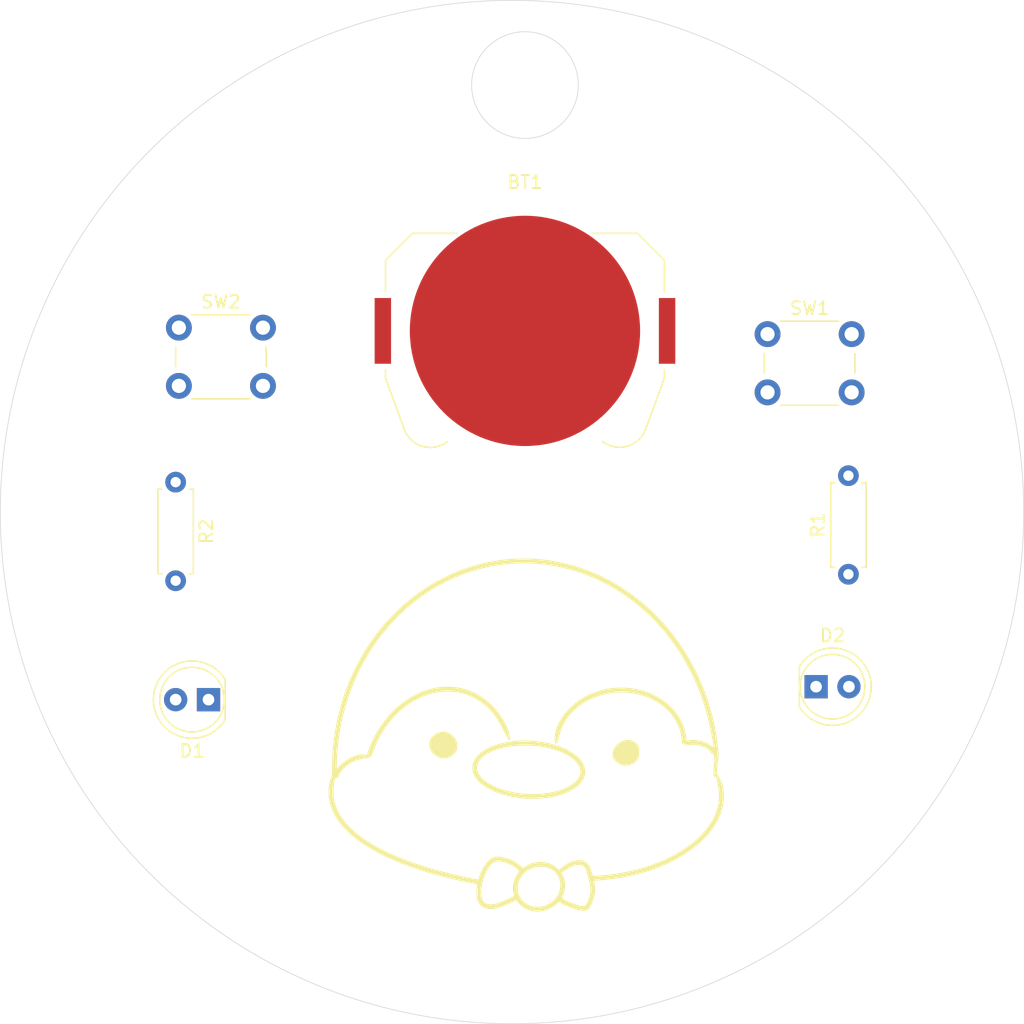
<source format=kicad_pcb>
(kicad_pcb (version 20241229) (generator "pcbnew") (generator_version "9.0")
  (layers (0 "F.Cu" signal) (2 "B.Cu" signal) (13 "F.Paste" user) (15 "B.Paste" user) (5 "F.SilkS" user "F.Silkscreen") (7 "B.SilkS" user "B.Silkscreen") (1 "F.Mask" user) (3 "B.Mask" user) (25 "Edge.Cuts" user))
  (net 0 "")
  (net 1 "Net-(BT1-+)")
  (net 2 "Net-(BT1--)")
  (net 3 "Net-(D1-A)")
  (net 4 "Net-(D2-A)")
  (net 5 "Net-(R1-Pad2)")
  (net 6 "Net-(R2-Pad1)")
  (footprint "LED_THT:LED_D5.0mm" (layer "F.Cu") (at 167.5 91.5)
    (property "Reference" "D2" (at 1.27 -3.96 0) (layer "F.SilkS"))
    (property "Value" "LED")
    (fp_line (start -1.29 -1.545) (end -1.29 1.545) (stroke (width 0.12)) (layer "F.SilkS"))
    (fp_arc (start -1.29 -1.54483) (mid 2.071779 -2.880495) (end 4.26 0) (stroke (width 0.12)) (layer "F.SilkS"))
    (fp_arc (start 4.26 0) (mid 2.071779 2.880495) (end -1.29 1.54483) (stroke (width 0.12)) (layer "F.SilkS"))
    (fp_circle (center 1.27 0) (end 3.77 0) (stroke (width 0.12)) (fill no) (layer "F.SilkS"))
    (pad "1" thru_hole rect (at 0 0) (size 1.8 1.8) (drill 0.9) (layers "*.Cu" "*.Mask") (net 2 "Net-(BT1--)"))
    (pad "2" thru_hole circle (at 2.54 0) (size 1.8 1.8) (drill 0.9) (layers "*.Cu" "*.Mask") (net 4 "Net-(D2-A)"))
  )
  (footprint "Resistor_THT:R_Axial_DIN0207_L6.3mm_D2.5mm_P7.62mm_Horizontal" (layer "F.Cu") (at 170 82.81 90)
    (property "Reference" "R1" (at 3.81 -2.37 90) (layer "F.SilkS"))
    (property "Value" "R")
    (fp_line (start 7.08 -1.37) (end 7.08 -1.04) (stroke (width 0.12)) (layer "F.SilkS"))
    (fp_line (start 0.54 -1.37) (end 7.08 -1.37) (stroke (width 0.12)) (layer "F.SilkS"))
    (fp_line (start 0.54 -1.04) (end 0.54 -1.37) (stroke (width 0.12)) (layer "F.SilkS"))
    (fp_line (start 0.54 1.04) (end 0.54 1.37) (stroke (width 0.12)) (layer "F.SilkS"))
    (fp_line (start 7.08 1.37) (end 7.08 1.04) (stroke (width 0.12)) (layer "F.SilkS"))
    (fp_line (start 0.54 1.37) (end 7.08 1.37) (stroke (width 0.12)) (layer "F.SilkS"))
    (pad "1" thru_hole circle (at 0 0 90) (size 1.6 1.6) (drill 0.8) (layers "*.Cu" "*.Mask") (net 4 "Net-(D2-A)"))
    (pad "2" thru_hole circle (at 7.62 0 90) (size 1.6 1.6) (drill 0.8) (layers "*.Cu" "*.Mask") (net 5 "Net-(R1-Pad2)"))
  )
  (footprint "LED_THT:LED_D5.0mm" (layer "F.Cu") (at 120.54 92.5 180)
    (property "Reference" "D1" (at 1.27 -3.96 0) (layer "F.SilkS"))
    (property "Value" "LED")
    (fp_line (start -1.29 -1.545) (end -1.29 1.545) (stroke (width 0.12)) (layer "F.SilkS"))
    (fp_arc (start 4.26 0) (mid 2.071779 2.880495) (end -1.29 1.54483) (stroke (width 0.12)) (layer "F.SilkS"))
    (fp_arc (start -1.29 -1.54483) (mid 2.071779 -2.880495) (end 4.26 0) (stroke (width 0.12)) (layer "F.SilkS"))
    (fp_circle (center 1.27 0) (end 3.77 0) (stroke (width 0.12)) (fill no) (layer "F.SilkS"))
    (pad "1" thru_hole rect (at 0 0 180) (size 1.8 1.8) (drill 0.9) (layers "*.Cu" "*.Mask") (net 2 "Net-(BT1--)"))
    (pad "2" thru_hole circle (at 2.54 0 180) (size 1.8 1.8) (drill 0.9) (layers "*.Cu" "*.Mask") (net 3 "Net-(D1-A)"))
  )
  (footprint "Button_Switch_THT:SW_PUSH_6mm" (layer "F.Cu") (at 118.25 63.75)
    (property "Reference" "SW2" (at 3.25 -2 0) (layer "F.SilkS"))
    (property "Value" "SW_Push")
    (fp_line (start -0.25 1.5) (end -0.25 3) (stroke (width 0.12)) (layer "F.SilkS"))
    (fp_line (start 1 5.5) (end 5.5 5.5) (stroke (width 0.12)) (layer "F.SilkS"))
    (fp_line (start 5.5 -1) (end 1 -1) (stroke (width 0.12)) (layer "F.SilkS"))
    (fp_line (start 6.75 3) (end 6.75 1.5) (stroke (width 0.12)) (layer "F.SilkS"))
    (pad "1" thru_hole circle (at 0 0 90) (size 2 2) (drill 1.1) (layers "*.Cu" "*.Mask") (net 1 "Net-(BT1-+)"))
    (pad "1" thru_hole circle (at 6.5 0 90) (size 2 2) (drill 1.1) (layers "*.Cu" "*.Mask") (net 1 "Net-(BT1-+)"))
    (pad "2" thru_hole circle (at 0 4.5 90) (size 2 2) (drill 1.1) (layers "*.Cu" "*.Mask") (net 6 "Net-(R2-Pad1)"))
    (pad "2" thru_hole circle (at 6.5 4.5 90) (size 2 2) (drill 1.1) (layers "*.Cu" "*.Mask") (net 6 "Net-(R2-Pad1)"))
  )
  (footprint "Button_Switch_THT:SW_PUSH_6mm" (layer "F.Cu") (at 163.75 64.25)
    (property "Reference" "SW1" (at 3.25 -2 0) (layer "F.SilkS"))
    (property "Value" "SW_Push")
    (fp_line (start -0.25 1.5) (end -0.25 3) (stroke (width 0.12)) (layer "F.SilkS"))
    (fp_line (start 1 5.5) (end 5.5 5.5) (stroke (width 0.12)) (layer "F.SilkS"))
    (fp_line (start 5.5 -1) (end 1 -1) (stroke (width 0.12)) (layer "F.SilkS"))
    (fp_line (start 6.75 3) (end 6.75 1.5) (stroke (width 0.12)) (layer "F.SilkS"))
    (pad "1" thru_hole circle (at 0 0 90) (size 2 2) (drill 1.1) (layers "*.Cu" "*.Mask") (net 1 "Net-(BT1-+)"))
    (pad "1" thru_hole circle (at 6.5 0 90) (size 2 2) (drill 1.1) (layers "*.Cu" "*.Mask") (net 1 "Net-(BT1-+)"))
    (pad "2" thru_hole circle (at 0 4.5 90) (size 2 2) (drill 1.1) (layers "*.Cu" "*.Mask") (net 5 "Net-(R1-Pad2)"))
    (pad "2" thru_hole circle (at 6.5 4.5 90) (size 2 2) (drill 1.1) (layers "*.Cu" "*.Mask") (net 5 "Net-(R1-Pad2)"))
  )
  (footprint "Resistor_THT:R_Axial_DIN0207_L6.3mm_D2.5mm_P7.62mm_Horizontal" (layer "F.Cu") (at 118 75.69 -90)
    (property "Reference" "R2" (at 3.81 -2.37 90) (layer "F.SilkS"))
    (property "Value" "R")
    (fp_line (start 0.54 1.37) (end 7.08 1.37) (stroke (width 0.12)) (layer "F.SilkS"))
    (fp_line (start 7.08 1.37) (end 7.08 1.04) (stroke (width 0.12)) (layer "F.SilkS"))
    (fp_line (start 0.54 1.04) (end 0.54 1.37) (stroke (width 0.12)) (layer "F.SilkS"))
    (fp_line (start 0.54 -1.04) (end 0.54 -1.37) (stroke (width 0.12)) (layer "F.SilkS"))
    (fp_line (start 0.54 -1.37) (end 7.08 -1.37) (stroke (width 0.12)) (layer "F.SilkS"))
    (fp_line (start 7.08 -1.37) (end 7.08 -1.04) (stroke (width 0.12)) (layer "F.SilkS"))
    (pad "1" thru_hole circle (at 0 0 270) (size 1.6 1.6) (drill 0.8) (layers "*.Cu" "*.Mask") (net 6 "Net-(R2-Pad1)"))
    (pad "2" thru_hole circle (at 7.62 0 270) (size 1.6 1.6) (drill 0.8) (layers "*.Cu" "*.Mask") (net 3 "Net-(D1-A)"))
  )
  (footprint "LOGO" (layer "F.Cu") (at 145.5 94)
    (property "Reference" "G***" (hide yes))
    (property "Value" "LOGO" (hide yes))
    (fp_poly (pts (xy -6.623602 0.992891) (xy -6.444611 1.041945) (xy -6.277984 1.125805) (xy -6.119757 1.246193) (xy -6.054062 1.308861) (xy -5.918017 1.46796) (xy -5.81948 1.633529) (xy -5.756973 1.809356) (xy -5.72902 1.999227) (xy -5.729175 2.141697) (xy -5.747791 2.301161) (xy -5.787489 2.437122) (xy -5.852615 2.561387) (xy -5.915156 2.647112) (xy -6.041566 2.774268) (xy -6.194738 2.879811) (xy -6.367382 2.961295) (xy -6.552207 3.016273) (xy -6.741921 3.0423) (xy -6.929234 3.036928) (xy -7.026775 3.020119) (xy -7.199862 2.962896) (xy -7.361883 2.875439) (xy -7.509394 2.76247) (xy -7.638951 2.628715) (xy -7.74711 2.478898) (xy -7.830428 2.317743) (xy -7.88546 2.149973) (xy -7.908763 1.980314) (xy -7.898769 1.823975) (xy -7.849638 1.648913) (xy -7.76689 1.487082) (xy -7.654697 1.341751) (xy -7.517229 1.216193) (xy -7.358656 1.11368) (xy -7.18315 1.037482) (xy -6.99488 0.990871) (xy -6.818924 0.976922)) (fill yes) (layer "F.SilkS"))
    (fp_poly (pts (xy 7.718711 1.640951) (xy 7.883056 1.697669) (xy 8.032915 1.785482) (xy 8.107663 1.847529) (xy 8.203008 1.957689) (xy 8.27261 2.087292) (xy 8.31744 2.239597) (xy 8.338472 2.417867) (xy 8.337127 2.617329) (xy 8.314066 2.822436) (xy 8.267414 2.99849) (xy 8.194872 3.149205) (xy 8.094138 3.278297) (xy 7.962911 3.389479) (xy 7.798893 3.486467) (xy 7.798856 3.486485) (xy 7.648458 3.547502) (xy 7.483899 3.589228) (xy 7.317068 3.609938) (xy 7.159853 3.607908) (xy 7.065467 3.592885) (xy 6.951427 3.555122) (xy 6.826515 3.495619) (xy 6.70122 3.421028) (xy 6.586029 3.338001) (xy 6.491429 3.253189) (xy 6.445541 3.199702) (xy 6.368607 3.083877) (xy 6.318869 2.977096) (xy 6.291721 2.865692) (xy 6.282559 2.736003) (xy 6.282449 2.715845) (xy 6.290663 2.568133) (xy 6.317862 2.437872) (xy 6.368215 2.31057) (xy 6.43281 2.193073) (xy 6.547932 2.035098) (xy 6.68526 1.900647) (xy 6.840209 1.790667) (xy 7.00819 1.706105) (xy 7.184617 1.647905) (xy 7.364904 1.617016) (xy 7.544464 1.614382)) (fill yes) (layer "F.SilkS"))
    (fp_poly (pts (xy -0.073557 1.66673) (xy 0.340706 1.699596) (xy 0.746835 1.751885) (xy 1.142275 1.822736) (xy 1.524474 1.911282) (xy 1.890876 2.016662) (xy 2.238927 2.138011) (xy 2.566073 2.274466) (xy 2.869761 2.425162) (xy 3.147435 2.589237) (xy 3.396543 2.765825) (xy 3.614528 2.954064) (xy 3.798838 3.15309) (xy 3.902341 3.29223) (xy 3.975382 3.407027) (xy 4.02971 3.509588) (xy 4.073271 3.616247) (xy 4.101457 3.701597) (xy 4.147833 3.914622) (xy 4.156158 4.126056) (xy 4.127457 4.334407) (xy 4.062757 4.538182) (xy 3.963082 4.735887) (xy 3.829459 4.92603) (xy 3.662913 5.107118) (xy 3.464469 5.277658) (xy 3.235155 5.436157) (xy 2.975994 5.581122) (xy 2.733867 5.692227) (xy 2.376678 5.82759) (xy 2.007597 5.939399) (xy 1.620063 6.029291) (xy 1.207511 6.098904) (xy 0.996461 6.125852) (xy 0.904614 6.134237) (xy 0.782758 6.142098) (xy 0.638374 6.149242) (xy 0.478941 6.155475) (xy 0.311941 6.160603) (xy 0.144855 6.164431) (xy -0.014837 6.166767) (xy -0.159653 6.167415) (xy -0.282114 6.166182) (xy -0.374738 6.162875) (xy -0.39077 6.16182) (xy -0.449476 6.156942) (xy -0.53665 6.149029) (xy -0.641889 6.139052) (xy -0.754791 6.127987) (xy -0.791309 6.124328) (xy -1.215802 6.070333) (xy -1.627522 5.995751) (xy -2.02359 5.901691) (xy -2.401128 5.78926) (xy -2.757258 5.659567) (xy -3.089102 5.513719) (xy -3.393781 5.352825) (xy -3.668419 5.177993) (xy -3.910136 4.990331) (xy -4.034575 4.87559) (xy -4.216 4.677426) (xy -4.359112 4.478295) (xy -4.464669 4.276521) (xy -4.533429 4.070424) (xy -4.56615 3.858326) (xy -4.56698 3.761153) (xy -4.188921 3.761153) (xy -4.182757 3.897137) (xy -4.161896 4.014838) (xy -4.1224 4.126924) (xy -4.060333 4.246067) (xy -4.015918 4.317999) (xy -3.876621 4.501707) (xy -3.701728 4.676902) (xy -3.493967 4.842711) (xy -3.256065 4.99826) (xy -2.990749 5.142676) (xy -2.700746 5.275083) (xy -2.388784 5.394609) (xy -2.057589 5.50038) (xy -1.70989 5.591522) (xy -1.348414 5.66716) (xy -0.975887 5.726422) (xy -0.595037 5.768434) (xy -0.208592 5.792321) (xy 0.180722 5.797211) (xy 0.556845 5.78308) (xy 0.992931 5.744746) (xy 1.403986 5.686544) (xy 1.788693 5.608937) (xy 2.145734 5.512385) (xy 2.473793 5.397353) (xy 2.771551 5.264302) (xy 3.037693 5.113693) (xy 3.270899 4.94599) (xy 3.469854 4.761654) (xy 3.470679 4.760779) (xy 3.606037 4.594005) (xy 3.702718 4.423065) (xy 3.7608 4.248809) (xy 3.780358 4.072087) (xy 3.76147 3.89375) (xy 3.704212 3.714649) (xy 3.608661 3.535635) (xy 3.474894 3.357557) (xy 3.330464 3.206865) (xy 3.108693 3.020372) (xy 2.852212 2.847004) (xy 2.563454 2.687731) (xy 2.244848 2.543525) (xy 1.898824 2.415358) (xy 1.527814 2.304202) (xy 1.134247 2.211028) (xy 0.720555 2.136808) (xy 0.615461 2.121494) (xy 0.302717 2.086371) (xy -0.031853 2.064098) (xy -0.379983 2.054443) (xy -0.733407 2.057175) (xy -1.083857 2.072063) (xy -1.423068 2.098876) (xy -1.742774 2.137382) (xy -2.034707 2.187349) (xy -2.080847 2.196939) (xy -2.414193 2.278798) (xy -2.725653 2.376636) (xy -3.013182 2.489217) (xy -3.274733 2.615305) (xy -3.508262 2.753664) (xy -3.711723 2.903057) (xy -3.88307 3.062249) (xy -4.020259 3.230004) (xy -4.121242 3.405086) (xy -4.136038 3.438768) (xy -4.161768 3.505963) (xy -4.177647 3.566272) (xy -4.185906 3.633305) (xy -4.188777 3.72067) (xy -4.188921 3.761153) (xy -4.56698 3.761153) (xy -4.567543 3.695248) (xy -4.537574 3.482418) (xy -4.470217 3.27613) (xy -4.366775 3.077449) (xy -4.228551 2.887437) (xy -4.056849 2.707159) (xy -3.85297 2.537678) (xy -3.618219 2.380059) (xy -3.353897 2.235364) (xy -3.061309 2.104658) (xy -2.741757 1.989005) (xy -2.396544 1.889468) (xy -2.337621 1.874768) (xy -2.048212 1.808004) (xy -1.782809 1.75565) (xy -1.52983 1.715979) (xy -1.277692 1.687263) (xy -1.014815 1.667773) (xy -0.916267 1.662727) (xy -0.493399 1.654153)) (fill yes) (layer "F.SilkS"))
    (fp_poly (pts (xy -0.090964 -12.399518) (xy 0.387655 -12.376811) (xy 0.849851 -12.338068) (xy 1.305545 -12.282553) (xy 1.523999 -12.249873) (xy 2.252938 -12.11479) (xy 2.971695 -11.942155) (xy 3.6795 -11.732338) (xy 4.375581 -11.485715) (xy 5.059166 -11.202657) (xy 5.729484 -10.883539) (xy 6.385763 -10.528733) (xy 7.027231 -10.138613) (xy 7.653118 -9.713553) (xy 8.262652 -9.253924) (xy 8.855061 -8.760102) (xy 8.997461 -8.633979) (xy 9.120411 -8.520841) (xy 9.263206 -8.384498) (xy 9.420097 -8.230821) (xy 9.585337 -8.06568) (xy 9.753178 -7.894945) (xy 9.917873 -7.724485) (xy 10.073673 -7.56017) (xy 10.214831 -7.40787) (xy 10.3356 -7.273456) (xy 10.382539 -7.219462) (xy 10.898037 -6.588666) (xy 11.381002 -5.936279) (xy 11.831269 -5.26261) (xy 12.248669 -4.567967) (xy 12.633035 -3.852658) (xy 12.9842 -3.116991) (xy 13.301996 -2.361274) (xy 13.586258 -1.585814) (xy 13.793485 -0.937847) (xy 13.871986 -0.666321) (xy 13.947873 -0.385782) (xy 14.020056 -0.101329) (xy 14.087446 0.18194) (xy 14.148955 0.458929) (xy 14.203494 0.724539) (xy 14.249974 0.973673) (xy 14.287306 1.201234) (xy 14.314401 1.402123) (xy 14.330171 1.571244) (xy 14.330497 1.576393) (xy 14.339129 1.67524) (xy 14.353483 1.796882) (xy 14.371553 1.925808) (xy 14.39112 2.045316) (xy 14.412372 2.176806) (xy 14.433172 2.327449) (xy 14.450945 2.477379) (xy 14.461883 2.591073) (xy 14.470565 2.704965) (xy 14.474887 2.79127) (xy 14.474407 2.86128) (xy 14.468683 2.926289) (xy 14.457273 2.997588) (xy 14.443141 3.069765) (xy 14.423276 3.181582) (xy 14.405712 3.30547) (xy 14.393291 3.42047) (xy 14.390459 3.458307) (xy 14.383751 3.549844) (xy 14.373697 3.66598) (xy 14.361601 3.792518) (xy 14.348766 3.915256) (xy 14.347355 3.928) (xy 14.315714 4.212078) (xy 14.408695 4.338308) (xy 14.468202 4.428371) (xy 14.534753 4.544176) (xy 14.602703 4.674507) (xy 14.666407 4.808146) (xy 14.720221 4.933876) (xy 14.75241 5.021384) (xy 14.809764 5.236956) (xy 14.849953 5.479385) (xy 14.872633 5.740252) (xy 14.877456 6.01114) (xy 14.864077 6.283631) (xy 14.832149 6.54931) (xy 14.818531 6.628429) (xy 14.727054 7.015622) (xy 14.597712 7.397215) (xy 14.431431 7.772325) (xy 14.229137 8.140072) (xy 13.991755 8.499575) (xy 13.720212 8.849952) (xy 13.415433 9.190322) (xy 13.078344 9.519804) (xy 12.709871 9.837516) (xy 12.31094 10.142577) (xy 11.882476 10.434106) (xy 11.425406 10.711222) (xy 10.940656 10.973043) (xy 10.42915 11.218688) (xy 9.891816 11.447276) (xy 9.661768 11.536806) (xy 9.066556 11.745667) (xy 8.445072 11.931866) (xy 7.803821 12.094026) (xy 7.149304 12.230768) (xy 6.488024 12.340711) (xy 5.826484 12.422478) (xy 5.266288 12.468958) (xy 5.147355 12.477031) (xy 5.041553 12.485168) (xy 4.955164 12.492809) (xy 4.894467 12.499392) (xy 4.865746 12.504358) (xy 4.864745 12.504819) (xy 4.859975 12.528759) (xy 4.86449 12.585098) (xy 4.87771 12.668424) (xy 4.887808 12.720501) (xy 4.920905 12.943815) (xy 4.932766 13.176322) (xy 4.9235 13.405262) (xy 4.893217 13.617877) (xy 4.879593 13.678419) (xy 4.831991 13.846736) (xy 4.772072 14.021379) (xy 4.703446 14.194076) (xy 4.629722 14.356558) (xy 4.554509 14.500555) (xy 4.481414 14.617795) (xy 4.452978 14.656106) (xy 4.401393 14.70676) (xy 4.332162 14.757036) (xy 4.286986 14.782536) (xy 4.236575 14.805939) (xy 4.193701 14.820557) (xy 4.147537 14.827824) (xy 4.087256 14.829171) (xy 4.00203 14.826032) (xy 3.970308 14.824447) (xy 3.833803 14.811522) (xy 3.687088 14.785446) (xy 3.525226 14.744858) (xy 3.34328 14.688399) (xy 3.13631 14.614708) (xy 2.955946 14.545035) (xy 2.771246 14.470703) (xy 2.619617 14.407223) (xy 2.497185 14.352727) (xy 2.400073 14.305346) (xy 2.324406 14.263209) (xy 2.266307 14.224448) (xy 2.230491 14.195174) (xy 2.149494 14.121999) (xy 1.992965 14.26925) (xy 1.763921 14.45881) (xy 1.514374 14.616896) (xy 1.248466 14.741197) (xy 1.00623 14.820269) (xy 0.863585 14.849766) (xy 0.700094 14.870396) (xy 0.52826 14.881578) (xy 0.360587 14.882732) (xy 0.209579 14.873277) (xy 0.126014 14.861116) (xy -0.11868 14.802385) (xy -0.337902 14.723351) (xy -0.541743 14.619903) (xy -0.674618 14.53497) (xy -0.757109 14.471959) (xy -0.848045 14.392787) (xy -0.939228 14.305592) (xy -1.022459 14.218512) (xy -1.089541 14.139686) (xy -1.127851 14.085062) (xy -1.157413 14.046469) (xy -1.184338 14.02874) (xy -1.186076 14.028615) (xy -1.210737 14.036651) (xy -1.264786 14.059045) (xy -1.342393 14.093224) (xy -1.437728 14.136612) (xy -1.544961 14.186637) (xy -1.557979 14.192787) (xy -1.824055 14.31586) (xy -2.061051 14.419155) (xy -2.272844 14.503888) (xy -2.463309 14.571278) (xy -2.636323 14.622544) (xy -2.795764 14.658904) (xy -2.945506 14.681574) (xy -3.089428 14.691775) (xy -3.148762 14.692633) (xy -3.35581 14.680016) (xy -3.536943 14.641624) (xy -3.697153 14.575593) (xy -3.841432 14.480059) (xy -3.928964 14.401329) (xy -4.036942 14.276194) (xy -4.120643 14.137651) (xy -4.1853 13.976115) (xy -4.212555 13.882076) (xy -4.227986 13.797125) (xy -4.239267 13.682692) (xy -4.246295 13.548162) (xy -4.248967 13.402919) (xy -4.248196 13.339651) (xy -3.876084 13.339651) (xy -3.874201 13.54903) (xy -3.852466 13.736783) (xy -3.809782 13.897676) (xy -3.808206 13.901926) (xy -3.737701 14.044478) (xy -3.643197 14.156706) (xy -3.522397 14.240728) (xy -3.380155 14.296651) (xy -3.289709 14.311755) (xy -3.17235 14.315433) (xy -3.038324 14.308356) (xy -2.897873 14.291194) (xy -2.761243 14.26462) (xy -2.715847 14.253118) (xy -2.618134 14.22405) (xy -2.501313 14.185448) (xy -2.38225 14.143041) (xy -2.305539 14.113739) (xy -2.224721 14.080332) (xy -2.126186 14.037431) (xy -2.015524 13.987697) (xy -1.898323 13.933791) (xy -1.780173 13.878372) (xy -1.666662 13.824101) (xy -1.563379 13.77364) (xy -1.475914 13.729647) (xy -1.409856 13.694785) (xy -1.370792 13.671712) (xy -1.362817 13.664976) (xy -1.362345 13.638952) (xy -1.370641 13.5858) (xy -1.385978 13.516031) (xy -1.389721 13.501076) (xy -1.432978 13.254369) (xy -1.438247 13.061461) (xy -1.059801 13.061461) (xy -1.041962 13.299351) (xy -0.987904 13.522931) (xy -0.897105 13.733791) (xy -0.776089 13.924112) (xy -0.636693 14.080775) (xy -0.467633 14.218889) (xy -0.275414 14.334708) (xy -0.066537 14.424485) (xy 0.152496 14.484474) (xy 0.215691 14.495566) (xy 0.344331 14.506913) (xy 0.495558 14.506977) (xy 0.654796 14.496561) (xy 0.807469 14.476465) (xy 0.898768 14.458) (xy 1.11949 14.386957) (xy 1.336883 14.28254) (xy 1.542501 14.150116) (xy 1.7279 13.995052) (xy 1.870628 13.840403) (xy 2.015275 13.633483) (xy 2.121988 13.418683) (xy 2.191444 13.194136) (xy 2.22432 12.957971) (xy 2.227384 12.856307) (xy 2.220393 12.682708) (xy 2.197339 12.527656) (xy 2.155103 12.382143) (xy 2.090563 12.237164) (xy 2.0006 12.083713) (xy 1.917387 11.961601) (xy 1.850965 11.876132) (xy 2.329053 11.876132) (xy 2.340155 11.898158) (xy 2.364893 11.94655) (xy 2.398987 12.01295) (xy 2.420109 12.053988) (xy 2.507032 12.250079) (xy 2.565106 12.448754) (xy 2.59681 12.660652) (xy 2.604853 12.846538) (xy 2.596797 13.058343) (xy 2.568595 13.250375) (xy 2.517131 13.43803) (xy 2.449939 13.612212) (xy 2.380732 13.773342) (xy 2.435943 13.847248) (xy 2.466476 13.887028) (xy 2.494529 13.918147) (xy 2.526654 13.944638) (xy 2.569404 13.970537) (xy 2.629329 13.999876) (xy 2.712984 14.036691) (xy 2.811615 14.078553) (xy 3.031753 14.169727) (xy 3.22323 14.244963) (xy 3.392018 14.306425) (xy 3.544089 14.356274) (xy 3.685414 14.396673) (xy 3.702538 14.401144) (xy 3.842629 14.434234) (xy 3.951957 14.452371) (xy 4.035781 14.455748) (xy 4.099362 14.444556) (xy 4.147959 14.418986) (xy 4.149957 14.417439) (xy 4.184137 14.377839) (xy 4.227669 14.308337) (xy 4.277118 14.215958) (xy 4.329048 14.107725) (xy 4.380025 13.990661) (xy 4.426612 13.871792) (xy 4.451783 13.800277) (xy 4.497468 13.651563) (xy 4.527856 13.518858) (xy 4.544883 13.388073) (xy 4.550486 13.245122) (xy 4.547687 13.102812) (xy 4.544004 13.021002) (xy 4.538853 12.948934) (xy 4.530983 12.879767) (xy 4.519142 12.806664) (xy 4.50208 12.722782) (xy 4.478545 12.621283) (xy 4.447287 12.495326) (xy 4.409691 12.348307) (xy 4.360752 12.159235) (xy 4.319819 12.003885) (xy 4.285543 11.878037) (xy 4.256578 11.777471) (xy 4.231572 11.69797) (xy 4.209179 11.635313) (xy 4.188049 11.585281) (xy 4.166835 11.543656) (xy 4.144186 11.506217) (xy 4.137077 11.49542) (xy 4.049549 11.397858) (xy 3.938502 11.329097) (xy 3.806661 11.288985) (xy 3.656755 11.277372) (xy 3.491508 11.294109) (xy 3.313648 11.339043) (xy 3.125902 11.412026) (xy 2.930996 11.512907) (xy 2.842504 11.566838) (xy 2.744279 11.627827) (xy 2.637372 11.691521) (xy 2.537469 11.748685) (xy 2.485185 11.77719) (xy 2.415692 11.815592) (xy 2.36245 11.848097) (xy 2.332722 11.870105) (xy 2.329053 11.876132) (xy 1.850965 11.876132) (xy 1.829836 11.848944) (xy 1.740881 11.758728) (xy 1.640861 11.683515) (xy 1.520115 11.615867) (xy 1.394225 11.558867) (xy 1.253592 11.503271) (xy 1.130434 11.464316) (xy 1.011483 11.439394) (xy 0.883474 11.425895) (xy 0.733139 11.421212) (xy 0.693615 11.421108) (xy 0.567609 11.422615) (xy 0.469111 11.427546) (xy 0.386617 11.437076) (xy 0.30862 11.452381) (xy 0.255305 11.465869) (xy 0.000925 11.553218) (xy -0.232507 11.671657) (xy -0.442666 11.819287) (xy -0.627228 11.994211) (xy -0.783868 12.194533) (xy -0.909479 12.416691) (xy -0.981914 12.588861) (xy -1.028858 12.748968) (xy -1.053651 12.911329) (xy -1.059801 13.061461) (xy -1.438247 13.061461) (xy -1.439896 13.001095) (xy -1.411506 12.74611) (xy -1.34884 12.494266) (xy -1.25293 12.250419) (xy -1.124807 12.019424) (xy -1.052754 11.915325) (xy -0.953224 11.781067) (xy -1.005386 11.712679) (xy -1.08499 11.62554) (xy -1.193713 11.531414) (xy -1.323634 11.435781) (xy -1.466837 11.344121) (xy -1.615403 11.261913) (xy -1.742755 11.202389) (xy -1.902258 11.142154) (xy -2.07094 11.091156) (xy -2.241029 11.050817) (xy -2.404756 11.022557) (xy -2.55435 11.007798) (xy -2.682042 11.007963) (xy -2.753229 11.017503) (xy -2.858355 11.053212) (xy -2.962281 11.116266) (xy -3.067818 11.209184) (xy -3.177781 11.334481) (xy -3.294982 11.494674) (xy -3.307966 11.513835) (xy -3.425451 11.707892) (xy -3.53185 11.922176) (xy -3.626068 12.151454) (xy -3.707009 12.390494) (xy -3.773577 12.634066) (xy -3.824676 12.876937) (xy -3.859211 13.113876) (xy -3.876084 13.339651) (xy -4.248196 13.339651) (xy -4.24718 13.256348) (xy -4.24083 13.117834) (xy -4.229816 12.996762) (xy -4.222817 12.947448) (xy -4.212257 12.874443) (xy -4.206753 12.817363) (xy -4.207186 12.786196) (xy -4.208345 12.783604) (xy -4.229729 12.776913) (xy -4.284077 12.763847) (xy -4.366016 12.745583) (xy -4.470169 12.7233) (xy -4.591161 12.698176) (xy -4.683742 12.67938) (xy -5.547947 12.496649) (xy -6.379845 12.302707) (xy -7.179042 12.097721) (xy -7.945142 11.881857) (xy -8.67775 11.655282) (xy -9.376472 11.418162) (xy -10.04091 11.170663) (xy -10.670672 10.912952) (xy -11.265361 10.645196) (xy -11.824581 10.36756) (xy -12.347939 10.080212) (xy -12.835038 9.783317) (xy -13.285484 9.477042) (xy -13.698881 9.161554) (xy -14.074833 8.837018) (xy -14.283396 8.636895) (xy -14.582337 8.318559) (xy -14.843311 7.999149) (xy -15.06742 7.676794) (xy -15.255769 7.349626) (xy -15.409457 7.015776) (xy -15.529589 6.673376) (xy -15.599114 6.406332) (xy -15.646365 6.145125) (xy -15.674248 5.877168) (xy -15.683205 5.608467) (xy -15.681394 5.558414) (xy -15.287995 5.558414) (xy -15.287963 5.646615) (xy -15.287178 5.798298) (xy -15.285167 5.918314) (xy -15.281419 6.014067) (xy -15.275424 6.09296) (xy -15.266669 6.162396) (xy -15.254645 6.229778) (xy -15.244391 6.277974) (xy -15.145402 6.634968) (xy -15.009073 6.984144) (xy -14.835298 7.325611) (xy -14.623973 7.659474) (xy -14.374993 7.985842) (xy -14.088252 8.30482) (xy -13.763646 8.616517) (xy -13.401069 8.921038) (xy -13.000418 9.218492) (xy -12.561586 9.508984) (xy -12.08447 9.792623) (xy -11.568963 10.069514) (xy -11.483423 10.112941) (xy -10.923434 10.382467) (xy -10.336291 10.6403) (xy -9.720739 10.886842) (xy -9.075525 11.122495) (xy -8.399396 11.347661) (xy -7.6911 11.562741) (xy -6.949382 11.768137) (xy -6.172991 11.964251) (xy -5.360671 12.151483) (xy -4.659924 12.300091) (xy -4.523754 12.327578) (xy -4.399905 12.351958) (xy -4.293603 12.372252) (xy -4.210075 12.387481) (xy -4.154549 12.396666) (xy -4.132426 12.398886) (xy -4.119078 12.379507) (xy -4.096701 12.330174) (xy -4.068294 12.258111) (xy -4.03686 12.170544) (xy -4.033442 12.160557) (xy -3.923353 11.873939) (xy -3.794537 11.602823) (xy -3.650399 11.353176) (xy -3.494346 11.130962) (xy -3.348682 10.961603) (xy -3.220864 10.841051) (xy -3.092781 10.749036) (xy -2.958883 10.684076) (xy -2.813618 10.644691) (xy -2.651437 10.629401) (xy -2.466789 10.636724) (xy -2.254123 10.665179) (xy -2.243981 10.666903) (xy -1.925561 10.739375) (xy -1.623621 10.844258) (xy -1.341175 10.980084) (xy -1.081238 11.145383) (xy -0.846824 11.338687) (xy -0.827217 11.357278) (xy -0.667741 11.510243) (xy -0.535711 11.419852) (xy -0.288903 11.271779) (xy -0.034563 11.161132) (xy 0.230269 11.08706) (xy 0.508553 11.048712) (xy 0.771768 11.043999) (xy 1.047914 11.068768) (xy 1.30001 11.123916) (xy 1.528977 11.209763) (xy 1.735735 11.326629) (xy 1.863686 11.423618) (xy 1.974992 11.516175) (xy 2.059673 11.582828) (xy 2.119292 11.624738) (xy 2.155414 11.643061) (xy 2.16153 11.644122) (xy 2.185001 11.630502) (xy 2.222789 11.594458) (xy 2.255346 11.557366) (xy 2.342742 11.466062) (xy 2.46049 11.369225) (xy 2.611262 11.264793) (xy 2.732109 11.189532) (xy 2.961258 11.068069) (xy 3.188413 10.979532) (xy 3.410841 10.92424) (xy 3.625812 10.90251) (xy 3.830594 10.914661) (xy 4.022455 10.961011) (xy 4.164504 11.022767) (xy 4.270092 11.089621) (xy 4.361552 11.17203) (xy 4.441531 11.27431) (xy 4.512677 11.400773) (xy 4.57764 11.555734) (xy 4.639067 11.743507) (xy 4.666383 11.840307) (xy 4.70281 11.968118) (xy 4.732443 12.057704) (xy 4.755371 12.10931) (xy 4.76994 12.123499) (xy 4.822572 12.121802) (xy 4.906333 12.117372) (xy 5.013412 12.110753) (xy 5.135999 12.102491) (xy 5.266285 12.093129) (xy 5.396457 12.083213) (xy 5.518707 12.073287) (xy 5.625223 12.063895) (xy 5.627076 12.063723) (xy 6.323798 11.983665) (xy 7.006857 11.875143) (xy 7.674443 11.738822) (xy 8.324745 11.575364) (xy 8.955953 11.385432) (xy 9.566258 11.16969) (xy 10.153848 10.928802) (xy 10.716914 10.66343) (xy 11.253646 10.374237) (xy 11.762232 10.061888) (xy 12.240864 9.727046) (xy 12.455768 9.561444) (xy 12.561245 9.473189) (xy 12.684714 9.362673) (xy 12.82 9.236047) (xy 12.960929 9.099459) (xy 13.101324 8.959061) (xy 13.23501 8.821003) (xy 13.355812 8.691435) (xy 13.457555 8.576506) (xy 13.516586 8.504954) (xy 13.773994 8.152254) (xy 13.992593 7.795626) (xy 14.172361 7.435116) (xy 14.313272 7.070768) (xy 14.389878 6.809153) (xy 14.447107 6.542517) (xy 14.48272 6.274097) (xy 14.496571 5.998891) (xy 14.488513 5.711898) (xy 14.458401 5.408116) (xy 14.406087 5.082546) (xy 14.331426 4.730184) (xy 14.328696 4.718538) (xy 14.302014 4.609646) (xy 14.281051 4.536209) (xy 14.264453 4.495251) (xy 14.250865 4.483796) (xy 14.238931 4.498867) (xy 14.234393 4.511417) (xy 14.218032 4.543981) (xy 14.206036 4.552461) (xy 14.191104 4.536011) (xy 14.165631 4.492521) (xy 14.134679 4.430777) (xy 14.129199 4.419018) (xy 14.100787 4.354038) (xy 14.082756 4.299802) (xy 14.07278 4.24362) (xy 14.068535 4.172804) (xy 14.067691 4.083303) (xy 14.070123 3.993865) (xy 14.076841 3.87741) (xy 14.086982 3.745658) (xy 14.09968 3.610327) (xy 14.108661 3.528015) (xy 14.123499 3.395707) (xy 14.13334 3.293073) (xy 14.138452 3.211063) (xy 14.139105 3.14063) (xy 14.135567 3.072727) (xy 14.128106 2.998306) (xy 14.125143 2.973349) (xy 14.100656 2.771698) (xy 14.025066 2.741453) (xy 13.979275 2.717196) (xy 13.939388 2.679675) (xy 13.896958 2.619876) (xy 13.871325 2.577396) (xy 13.808883 2.483527) (xy 13.739598 2.41043) (xy 13.671548 2.357303) (xy 13.439646 2.216714) (xy 13.183671 2.106867) (xy 12.903739 2.027809) (xy 12.879453 2.022637) (xy 12.766394 2.005898) (xy 12.633165 1.996677) (xy 12.492909 1.994973) (xy 12.358768 2.000787) (xy 12.243885 2.014119) (xy 12.201768 2.022621) (xy 12.086447 2.044661) (xy 11.988528 2.05192) (xy 11.913716 2.044567) (xy 11.867718 2.022773) (xy 11.859845 2.012461) (xy 11.822739 1.980165) (xy 11.78927 1.973384) (xy 11.740678 1.95901) (xy 11.68898 1.922615) (xy 11.684418 1.918193) (xy 11.653158 1.880961) (xy 11.634059 1.838318) (xy 11.622548 1.777243) (xy 11.617498 1.727693) (xy 11.590172 1.463632) (xy 11.555584 1.229791) (xy 11.511478 1.017635) (xy 11.455597 0.818629) (xy 11.385686 0.624238) (xy 11.299487 0.425927) (xy 11.242164 0.307787) (xy 11.058803 -0.014966) (xy 10.842494 -0.318942) (xy 10.595218 -0.602883) (xy 10.318955 -0.865529) (xy 10.015688 -1.105624) (xy 9.687398 -1.321906) (xy 9.336067 -1.513119) (xy 8.963676 -1.678003) (xy 8.572206 -1.815299) (xy 8.16364 -1.923749) (xy 7.739957 -2.002093) (xy 7.571153 -2.024204) (xy 7.432269 -2.036234) (xy 7.265686 -2.04408) (xy 7.080374 -2.047872) (xy 6.885304 -2.047741) (xy 6.689445 -2.043817) (xy 6.501769 -2.03623) (xy 6.331244 -2.025111) (xy 6.186841 -2.010589) (xy 6.135076 -2.003342) (xy 5.728786 -1.924834) (xy 5.327316 -1.817944) (xy 4.937386 -1.685086) (xy 4.565717 -1.528674) (xy 4.21903 -1.351119) (xy 4.064778 -1.259906) (xy 3.727068 -1.030078) (xy 3.416042 -0.776522) (xy 3.133379 -0.501309) (xy 2.880754 -0.20651) (xy 2.659846 0.105803) (xy 2.472331 0.43356) (xy 2.319887 0.77469) (xy 2.245393 0.986691) (xy 2.20916 1.101185) (xy 2.165922 1.237677) (xy 2.12051 1.380924) (xy 2.077755 1.515683) (xy 2.067725 1.547278) (xy 2.033407 1.651707) (xy 2.001008 1.743657) (xy 1.973094 1.816332) (xy 1.952232 1.862934) (xy 1.943511 1.876161) (xy 1.898654 1.897311) (xy 1.861214 1.880944) (xy 1.831529 1.827971) (xy 1.809932 1.739304) (xy 1.796761 1.615854) (xy 1.792353 1.465384) (xy 1.79704 1.305118) (xy 1.813191 1.157066) (xy 1.843119 1.009563) (xy 1.889136 0.850943) (xy 1.946205 0.689072) (xy 2.104036 0.322421) (xy 2.296113 -0.027595) (xy 2.520714 -0.359609) (xy 2.776111 -0.672253) (xy 3.060583 -0.96416) (xy 3.372402 -1.233962) (xy 3.709846 -1.480291) (xy 4.071189 -1.701779) (xy 4.454708 -1.89706) (xy 4.858676 -2.064764) (xy 5.281371 -2.203524) (xy 5.721067 -2.311972) (xy 5.733366 -2.31451) (xy 5.940496 -2.354194) (xy 6.132387 -2.384275) (xy 6.320037 -2.405795) (xy 6.514439 -2.419797) (xy 6.726591 -2.427322) (xy 6.945922 -2.42942) (xy 7.175785 -2.427291) (xy 7.377963 -2.41998) (xy 7.563637 -2.406372) (xy 7.743987 -2.385349) (xy 7.930193 -2.355795) (xy 8.133436 -2.316592) (xy 8.186615 -2.305492) (xy 8.613467 -2.198123) (xy 9.023712 -2.060594) (xy 9.415464 -1.894352) (xy 9.786838 -1.700841) (xy 10.135946 -1.481507) (xy 10.460902 -1.237796) (xy 10.759821 -0.971153) (xy 11.030815 -0.683024) (xy 11.272 -0.374855) (xy 11.481487 -0.048092) (xy 11.657392 0.295821) (xy 11.695746 0.383943) (xy 11.815832 0.710159) (xy 11.906075 1.048462) (xy 11.968238 1.406031) (xy 11.986961 1.569395) (xy 11.995181 1.639787) (xy 12.004243 1.678245) (xy 12.016847 1.691868) (xy 12.032516 1.689162) (xy 12.110188 1.659379) (xy 12.182886 1.638729) (xy 12.260864 1.62565) (xy 12.354374 1.618583) (xy 12.473671 1.615966) (xy 12.514384 1.615817) (xy 12.797598 1.632531) (xy 13.076892 1.681908) (xy 13.346115 1.761976) (xy 13.599112 1.870761) (xy 13.829729 2.00629) (xy 13.908063 2.062749) (xy 13.97091 2.10978) (xy 14.021579 2.146107) (xy 14.052459 2.166345) (xy 14.057912 2.168768) (xy 14.063912 2.150822) (xy 14.063819 2.1021) (xy 14.058505 2.030278) (xy 14.048841 1.943031) (xy 14.035697 1.848036) (xy 14.019945 1.752968) (xy 14.002456 1.665503) (xy 13.999153 1.650999) (xy 13.979851 1.56322) (xy 13.95633 1.44871) (xy 13.930925 1.319258) (xy 13.90597 1.186656) (xy 13.892755 1.113691) (xy 13.730828 0.312977) (xy 13.532285 -0.477653) (xy 13.297802 -1.256324) (xy 13.028059 -2.02116) (xy 12.723732 -2.770287) (xy 12.385499 -3.501831) (xy 12.014038 -4.213915) (xy 11.883884 -4.445001) (xy 11.478821 -5.113583) (xy 11.045055 -5.75816) (xy 10.58365 -6.377643) (xy 10.095674 -6.970947) (xy 9.582192 -7.536984) (xy 9.044269 -8.074667) (xy 8.482971 -8.58291) (xy 7.899364 -9.060626) (xy 7.294513 -9.506728) (xy 6.669485 -9.920128) (xy 6.291384 -10.148433) (xy 5.645482 -10.503077) (xy 4.989043 -10.820556) (xy 4.323312 -11.100961) (xy 3.649532 -11.344387) (xy 2.968947 -11.550926) (xy 2.282801 -11.72067) (xy 1.592338 -11.853713) (xy 0.898801 -11.950148) (xy 0.203436 -12.010068) (xy -0.492515 -12.033565) (xy -1.187807 -12.020733) (xy -1.881197 -11.971664) (xy -2.57144 -11.886452) (xy -3.257293 -11.765189) (xy -3.937512 -11.607969) (xy -4.610852 -11.414884) (xy -5.276071 -11.186027) (xy -5.931923 -10.921491) (xy -6.577165 -10.62137) (xy -7.210553 -10.285755) (xy -7.830844 -9.914741) (xy -8.436793 -9.50842) (xy -9.027156 -9.066884) (xy -9.114693 -8.997299) (xy -9.690526 -8.511004) (xy -10.241019 -7.995672) (xy -10.765468 -7.452597) (xy -11.263168 -6.883076) (xy -11.733415 -6.288403) (xy -12.175503 -5.669876) (xy -12.588728 -5.028789) (xy -12.972384 -4.366439) (xy -13.325768 -3.684121) (xy -13.648174 -2.983131) (xy -13.938897 -2.264765) (xy -14.197233 -1.530319) (xy -14.422477 -0.781087) (xy -14.613924 -0.018367) (xy -14.77087 0.756546) (xy -14.892609 1.542357) (xy -14.906532 1.650999) (xy -14.928047 1.833834) (xy -14.948407 2.027283) (xy -14.96741 2.227639) (xy -14.984855 2.431194) (xy -15.000541 2.634242) (xy -15.014264 2.833075) (xy -15.025825 3.023986) (xy -15.03502 3.203268) (xy -15.041648 3.367214) (xy -15.045507 3.512116) (xy -15.046396 3.634268) (xy -15.044113 3.729961) (xy -15.038457 3.79549) (xy -15.029225 3.827146) (xy -15.025078 3.829538) (xy -15.006084 3.817065) (xy -15.005539 3.813248) (xy -14.992135 3.789339) (xy -14.955626 3.744585) (xy -14.901567 3.684705) (xy -14.835514 3.615418) (xy -14.763023 3.542443) (xy -14.689648 3.471496) (xy -14.620947 3.408298) (xy -14.568621 3.363516) (xy -14.368125 3.212453) (xy -14.161499 3.078735) (xy -13.952748 2.963803) (xy -13.745878 2.869098) (xy -13.544893 2.79606) (xy -13.353799 2.746129) (xy -13.1766 2.720747) (xy -13.017301 2.721354) (xy -12.879907 2.749391) (xy -12.870474 2.752684) (xy -12.807555 2.775684) (xy -12.756474 2.794875) (xy -12.736988 2.802548) (xy -12.716366 2.803312) (xy -12.703101 2.779363) (xy -12.693444 2.726948) (xy -12.680897 2.671352) (xy -12.65548 2.58644) (xy -12.619603 2.478861) (xy -12.575678 2.355265) (xy -12.526116 2.222301) (xy -12.473329 2.086617) (xy -12.419728 1.954864) (xy -12.377784 1.856536) (xy -12.151082 1.379691) (xy -11.897612 0.923139) (xy -11.619023 0.488376) (xy -11.316963 0.076896) (xy -10.993083 -0.309804) (xy -10.649031 -0.670231) (xy -10.286456 -1.002887) (xy -9.907008 -1.306279) (xy -9.512337 -1.578911) (xy -9.104091 -1.819288) (xy -8.68392 -2.025914) (xy -8.253472 -2.197294) (xy -7.814398 -2.331933) (xy -7.736027 -2.351795) (xy -7.558712 -2.393626) (xy -7.401336 -2.426367) (xy -7.254664 -2.451059) (xy -7.109463 -2.468743) (xy -6.9565 -2.480461) (xy -6.786541 -2.487254) (xy -6.590351 -2.490162) (xy -6.506309 -2.490467) (xy -6.299339 -2.489503) (xy -6.122968 -2.485389) (xy -5.96878 -2.477188) (xy -5.828359 -2.463961) (xy -5.693288 -2.444772) (xy -5.555153 -2.418682) (xy -5.405537 -2.384755) (xy -5.283052 -2.354197) (xy -5.074913 -2.296626) (xy -4.882035 -2.233498) (xy -4.691632 -2.160005) (xy -4.490917 -2.071344) (xy -4.347309 -2.00254) (xy -3.972423 -1.796792) (xy -3.615609 -1.557144) (xy -3.278303 -1.285051) (xy -2.961938 -0.981972) (xy -2.66795 -0.649363) (xy -2.397774 -0.288681) (xy -2.152844 0.098616) (xy -1.9979 0.383375) (xy -1.900787 0.581871) (xy -1.824527 0.75733) (xy -1.766226 0.917748) (xy -1.72299 1.071122) (xy -1.691925 1.225448) (xy -1.690942 1.231459) (xy -1.669715 1.384285) (xy -1.661624 1.501055) (xy -1.666798 1.582562) (xy -1.685369 1.6296) (xy -1.717467 1.642961) (xy -1.756234 1.627971) (xy -1.784192 1.5979) (xy -1.826864 1.533969) (xy -1.883204 1.438076) (xy -1.952163 1.312117) (xy -2.032695 1.157991) (xy -2.123754 0.977595) (xy -2.196399 0.830149) (xy -2.354127 0.519288) (xy -2.508676 0.241075) (xy -2.664088 -0.010246) (xy -2.824405 -0.240433) (xy -2.99367 -0.455242) (xy -3.175926 -0.660429) (xy -3.375215 -0.86175) (xy -3.403699 -0.888998) (xy -3.722581 -1.165936) (xy -4.060989 -1.409081) (xy -4.418362 -1.618158) (xy -4.794139 -1.792894) (xy -5.18776 -1.933014) (xy -5.598663 -2.038245) (xy -5.847649 -2.083648) (xy -5.968196 -2.097909) (xy -6.117884 -2.108558) (xy -6.286937 -2.115517) (xy -6.465582 -2.11871) (xy -6.644041 -2.118059) (xy -6.81254 -2.113486) (xy -6.961303 -2.104914) (xy -7.072924 -2.093347) (xy -7.516837 -2.012342) (xy -7.954542 -1.893462) (xy -8.384177 -1.737668) (xy -8.803879 -1.545918) (xy -9.211786 -1.319174) (xy -9.606034 -1.058395) (xy -9.984762 -0.764542) (xy -10.346105 -0.438573) (xy -10.41443 -0.371302) (xy -10.755037 -0.009515) (xy -11.064823 0.365857) (xy -11.347976 0.760619) (xy -11.608686 1.180577) (xy -11.831407 1.592384) (xy -11.913886 1.761208) (xy -11.998345 1.945148) (xy -12.08073 2.134588) (xy -12.156986 2.319913) (xy -12.223057 2.49151) (xy -12.27489 2.639763) (xy -12.280501 2.65723) (xy -12.322107 2.774986) (xy -12.362894 2.858553) (xy -12.406607 2.912549) (xy -12.456993 2.941594) (xy -12.517798 2.950307) (xy -12.51817 2.950307) (xy -12.573231 2.965328) (xy -12.597774 2.989384) (xy -12.624848 3.015321) (xy -12.670939 3.026818) (xy -12.713646 3.028461) (xy -12.793232 3.033807) (xy -12.900717 3.048609) (xy -13.026595 3.071008) (xy -13.161361 3.099148) (xy -13.295511 3.13117) (xy -13.419538 3.165218) (xy -13.430848 3.168611) (xy -13.633122 3.242112) (xy -13.835804 3.338651) (xy -14.033996 3.454281) (xy -14.222802 3.585053) (xy -14.397328 3.72702) (xy -14.552676 3.876234) (xy -14.68395 4.028748) (xy -14.786255 4.180612) (xy -14.849002 4.312101) (xy -14.876986 4.382933) (xy -14.905193 4.448181) (xy -14.919235 4.477437) (xy -14.968229 4.534167) (xy -15.038294 4.570885) (xy -15.113591 4.579863) (xy -15.125568 4.578114) (xy -15.155641 4.574928) (xy -15.172774 4.585888) (xy -15.182924 4.619672) (xy -15.190497 4.672698) (xy -15.200019 4.73645) (xy -15.215084 4.824988) (xy -15.233335 4.92483) (xy -15.24632 4.992076) (xy -15.26092 5.071312) (xy -15.271793 5.146163) (xy -15.279439 5.224463) (xy -15.284356 5.314049) (xy -15.287041 5.422754) (xy -15.287995 5.558414) (xy -15.681394 5.558414) (xy -15.673675 5.34503) (xy -15.6461 5.092863) (xy -15.600921 4.857973) (xy -15.538578 4.646367) (xy -15.459513 4.464052) (xy -15.456106 4.457635) (xy -15.446614 4.437821) (xy -15.438751 4.4146) (xy -15.43231 4.384127) (xy -15.427082 4.34256) (xy -15.42286 4.286055) (xy -15.419433 4.210769) (xy -15.416596 4.112859) (xy -15.414139 3.988481) (xy -15.411854 3.833792) (xy -15.409532 3.64495) (xy -15.408846 3.585307) (xy -15.405273 3.346554) (xy -15.400206 3.118476) (xy -15.393842 2.906719) (xy -15.386374 2.716932) (xy -15.377999 2.554763) (xy -15.368912 2.425861) (xy -15.368647 2.422768) (xy -15.277897 1.581882) (xy -15.151551 0.755571) (xy -14.989824 -0.055643) (xy -14.792928 -0.851238) (xy -14.561076 -1.63069) (xy -14.294483 -2.393479) (xy -13.99336 -3.139082) (xy -13.657921 -3.866977) (xy -13.288379 -4.576642) (xy -12.884948 -5.267554) (xy -12.44784 -5.939192) (xy -11.977269 -6.591033) (xy -11.473448 -7.222554) (xy -11.391203 -7.319988) (xy -11.294669 -7.430079) (xy -11.174963 -7.561149) (xy -11.03704 -7.708179) (xy -10.885859 -7.86615) (xy -10.726377 -8.030043) (xy -10.563552 -8.19484) (xy -10.40234 -8.355521) (xy -10.247699 -8.507067) (xy -10.104586 -8.64446) (xy -9.977959 -8.76268) (xy -9.876693 -8.853315) (xy -9.285638 -9.342298) (xy -8.681503 -9.794765) (xy -8.063123 -10.211414) (xy -7.429338 -10.592945) (xy -6.778981 -10.940056) (xy -6.110892 -11.253447) (xy -5.423906 -11.533817) (xy -5.402385 -11.541954) (xy -4.767402 -11.762473) (xy -4.112378 -11.953177) (xy -3.444409 -12.112369) (xy -2.770591 -12.238351) (xy -2.119924 -12.327017) (xy -1.887758 -12.351488) (xy -1.676449 -12.370727) (xy -1.475921 -12.385261) (xy -1.276097 -12.395619) (xy -1.066902 -12.40233) (xy -0.838258 -12.405921) (xy -0.595924 -12.406924)) (fill yes) (layer "F.SilkS"))
  )
  (footprint "Battery:BatteryHolder_Keystone_3034_1x20mm" (layer "F.Cu") (at 145 64)
    (property "Reference" "BT1" (at 0 -11.5 0) (layer "F.SilkS"))
    (property "Value" "Battery_Cell")
    (fp_line (start -10.78 -5.46) (end -10.78 -3) (stroke (width 0.12)) (layer "F.SilkS"))
    (fp_line (start -10.78 3) (end -10.78 3.63) (stroke (width 0.12)) (layer "F.SilkS"))
    (fp_line (start -10.78 3.63) (end -9.34 7.58) (stroke (width 0.12)) (layer "F.SilkS"))
    (fp_line (start -8.7 -7.54) (end -10.78 -5.46) (stroke (width 0.12)) (layer "F.SilkS"))
    (fp_line (start -5.2 -7.54) (end -8.7 -7.54) (stroke (width 0.12)) (layer "F.SilkS"))
    (fp_line (start 8.7 -7.54) (end 5.2 -7.54) (stroke (width 0.12)) (layer "F.SilkS"))
    (fp_line (start 8.7 -7.54) (end 10.78 -5.46) (stroke (width 0.12)) (layer "F.SilkS"))
    (fp_line (start 10.78 -5.46) (end 10.78 -3) (stroke (width 0.12)) (layer "F.SilkS"))
    (fp_line (start 10.78 3) (end 10.78 3.63) (stroke (width 0.12)) (layer "F.SilkS"))
    (fp_line (start 10.78 3.63) (end 9.34 7.58) (stroke (width 0.12)) (layer "F.SilkS"))
    (fp_arc (start -6.003354 8.56653) (mid -7.921654 8.918738) (end -9.34 7.58) (stroke (width 0.12)) (layer "F.SilkS"))
    (fp_arc (start 9.325243 7.588169) (mid 7.90634 8.911668) (end 6 8.55) (stroke (width 0.12)) (layer "F.SilkS"))
    (pad "1" smd rect (at -10.985 0) (size 1.27 5.08) (layers "F.Cu" "F.Mask" "F.Paste") (net 1 "Net-(BT1-+)"))
    (pad "1" smd rect (at 10.985 0) (size 1.27 5.08) (layers "F.Cu" "F.Mask" "F.Paste") (net 1 "Net-(BT1-+)"))
    (pad "2" smd circle (at 0 0) (size 17.8 17.8) (layers "F.Cu" "F.Mask") (net 2 "Net-(BT1--)"))
  )
  (gr_circle (center 144 78) (end 183.5 76) (stroke (width 0.05)) (fill no) (layer "Edge.Cuts"))
  (gr_circle (center 145 45) (end 149 46) (stroke (width 0.05)) (fill no) (layer "Edge.Cuts"))
)
</source>
